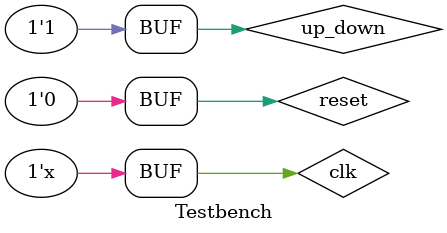
<source format=v>
module Testbench;

	// Inputs
	reg clk;
	reg reset;
	reg up_down;

	// Outputs
	wire [7:0] out;

	// Instantiate the Unit Under Test (UUT)
	code uut (
		.clk(clk),
		.reset(reset),
		.up_down(up_down),
		.out(out)
	);

	initial begin
		// Initialize Inputs
		clk = 0;
		reset = 0;
		up_down = 1;

		// Wait 100 ns for global reset to finish
		#100;
		up_down = 1;
		#20;
      reset = 1;
	    #20;
		reset = 0;
	end
      always #10 clk = ~clk;
endmodule


</source>
